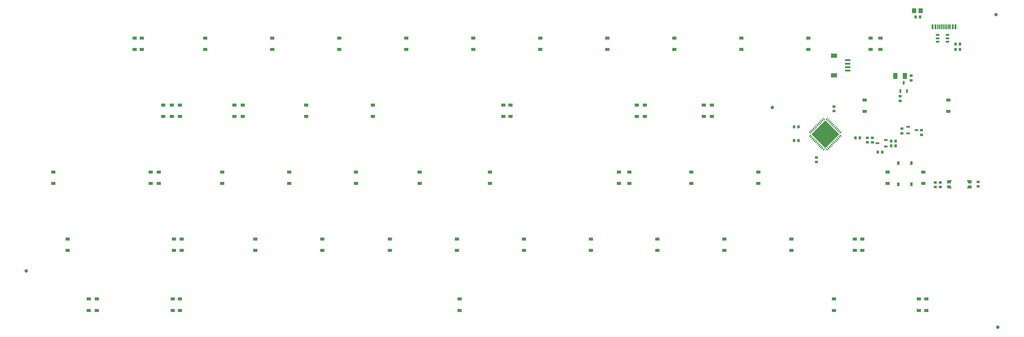
<source format=gtp>
G04*
G04 #@! TF.GenerationSoftware,Altium Limited,Altium Designer,23.6.0 (18)*
G04*
G04 Layer_Color=8421504*
%FSLAX25Y25*%
%MOIN*%
G70*
G04*
G04 #@! TF.SameCoordinates,B66D48C5-E07E-4974-9F6D-D9774B8395A7*
G04*
G04*
G04 #@! TF.FilePolarity,Positive*
G04*
G01*
G75*
%ADD13R,0.04803X0.03583*%
%ADD14R,0.04567X0.05787*%
%ADD15R,0.03937X0.02165*%
%ADD16R,0.02165X0.03937*%
%ADD17R,0.02953X0.03937*%
%ADD18R,0.03150X0.03347*%
%ADD19R,0.03347X0.03150*%
%ADD20R,0.04724X0.07087*%
%ADD21C,0.00039*%
%ADD22R,0.02362X0.05709*%
%ADD23R,0.01181X0.05709*%
%ADD24C,0.03937*%
%ADD25R,0.07087X0.04724*%
%ADD26R,0.06102X0.02362*%
%ADD27P,0.31180X4X90.0*%
G04:AMPARAMS|DCode=28|XSize=9.84mil|YSize=31.5mil|CornerRadius=0mil|HoleSize=0mil|Usage=FLASHONLY|Rotation=45.000|XOffset=0mil|YOffset=0mil|HoleType=Round|Shape=Round|*
%AMOVALD28*
21,1,0.02165,0.00984,0.00000,0.00000,135.0*
1,1,0.00984,0.00766,-0.00766*
1,1,0.00984,-0.00766,0.00766*
%
%ADD28OVALD28*%

G04:AMPARAMS|DCode=29|XSize=9.84mil|YSize=31.5mil|CornerRadius=0mil|HoleSize=0mil|Usage=FLASHONLY|Rotation=135.000|XOffset=0mil|YOffset=0mil|HoleType=Round|Shape=Round|*
%AMOVALD29*
21,1,0.02165,0.00984,0.00000,0.00000,225.0*
1,1,0.00984,0.00766,0.00766*
1,1,0.00984,-0.00766,-0.00766*
%
%ADD29OVALD29*%

%ADD30R,0.01575X0.01575*%
G36*
X1021902Y-166983D02*
X1022104Y-167889D01*
X1022392Y-168771D01*
X1022762Y-169622D01*
X1022978Y-170033D01*
X1018675Y-170033D01*
X1017689Y-169047D01*
Y-166525D01*
X1021826D01*
X1021834Y-166524D01*
X1021902Y-166983D01*
D02*
G37*
G36*
X1022978Y-170033D02*
Y-170033D01*
X1022978Y-170033D01*
X1022978D01*
D02*
G37*
G36*
X1022978Y-160620D02*
X1022762Y-161032D01*
X1022392Y-161882D01*
X1022104Y-162765D01*
X1021902Y-163671D01*
X1021834Y-164130D01*
X1021826Y-164129D01*
X1017689D01*
Y-160620D01*
X1022978Y-160620D01*
D02*
G37*
G36*
X1021834Y-164130D02*
X1021834Y-164130D01*
Y-164130D01*
X1021834D01*
D02*
G37*
G36*
X1041110Y-166525D02*
X1045248D01*
Y-170033D01*
X1039960D01*
X1040175Y-169622D01*
X1040545Y-168771D01*
X1040833Y-167889D01*
X1041034Y-166983D01*
X1041103Y-166524D01*
X1041110Y-166525D01*
D02*
G37*
G36*
X1039960Y-170033D02*
X1039960Y-170033D01*
X1039960D01*
X1039960Y-170033D01*
D02*
G37*
G36*
X1045248Y-160620D02*
Y-164129D01*
X1041103Y-164130D01*
X1041034Y-163671D01*
X1040833Y-162765D01*
X1040545Y-161882D01*
X1040175Y-161031D01*
X1039960Y-160620D01*
X1039960Y-160620D01*
X1045248Y-160620D01*
D02*
G37*
D13*
X544024Y-239311D02*
D03*
Y-226437D02*
D03*
X126524Y-151437D02*
D03*
Y-164311D02*
D03*
X943024Y-1437D02*
D03*
Y-14311D02*
D03*
X932024D02*
D03*
Y-1437D02*
D03*
X862524D02*
D03*
Y-14311D02*
D03*
X787524Y-1437D02*
D03*
Y-14311D02*
D03*
X712524Y-1437D02*
D03*
Y-14311D02*
D03*
X637524Y-1437D02*
D03*
Y-14311D02*
D03*
X562524Y-1437D02*
D03*
Y-14311D02*
D03*
X487524Y-1437D02*
D03*
Y-14311D02*
D03*
X412524Y-1437D02*
D03*
Y-14311D02*
D03*
X337524Y-1437D02*
D03*
Y-14311D02*
D03*
X262524Y-1437D02*
D03*
Y-14311D02*
D03*
X187524Y-1437D02*
D03*
Y-14311D02*
D03*
X116524Y-1437D02*
D03*
Y-14311D02*
D03*
X108524Y-1437D02*
D03*
Y-14311D02*
D03*
X1019024Y-70842D02*
D03*
Y-83716D02*
D03*
X925524Y-70842D02*
D03*
Y-83716D02*
D03*
X754524Y-76437D02*
D03*
Y-89311D02*
D03*
X745524Y-76437D02*
D03*
Y-89311D02*
D03*
X679524Y-76437D02*
D03*
Y-89311D02*
D03*
X670524Y-76437D02*
D03*
Y-89311D02*
D03*
X529024Y-76437D02*
D03*
Y-89311D02*
D03*
X521024Y-76437D02*
D03*
Y-89311D02*
D03*
X375024Y-76437D02*
D03*
Y-89311D02*
D03*
X300524Y-76437D02*
D03*
Y-89311D02*
D03*
X229524Y-76437D02*
D03*
Y-89311D02*
D03*
X220024Y-76437D02*
D03*
Y-89311D02*
D03*
X140524Y-76437D02*
D03*
Y-89311D02*
D03*
X150024Y-76437D02*
D03*
Y-89311D02*
D03*
X991024Y-151437D02*
D03*
Y-164311D02*
D03*
X951024Y-151437D02*
D03*
Y-164311D02*
D03*
X806524D02*
D03*
Y-151437D02*
D03*
X731524D02*
D03*
Y-164311D02*
D03*
X662024Y-151437D02*
D03*
Y-164311D02*
D03*
X650524Y-151437D02*
D03*
Y-164311D02*
D03*
X506024Y-151437D02*
D03*
Y-164311D02*
D03*
X427283Y-151437D02*
D03*
Y-164311D02*
D03*
X356024Y-151437D02*
D03*
Y-164311D02*
D03*
X281524Y-151437D02*
D03*
Y-164311D02*
D03*
X206524Y-151437D02*
D03*
Y-164311D02*
D03*
X135524Y-151437D02*
D03*
Y-164311D02*
D03*
X66024Y-293563D02*
D03*
Y-306437D02*
D03*
X17524Y-151437D02*
D03*
Y-164311D02*
D03*
X914524Y-226437D02*
D03*
Y-239311D02*
D03*
X922764Y-226437D02*
D03*
Y-239311D02*
D03*
X843524Y-226437D02*
D03*
Y-239311D02*
D03*
X768524Y-226437D02*
D03*
Y-239311D02*
D03*
X693524Y-226437D02*
D03*
Y-239311D02*
D03*
X619024Y-226437D02*
D03*
Y-239311D02*
D03*
X469024Y-226437D02*
D03*
Y-239311D02*
D03*
X394024Y-226437D02*
D03*
Y-239311D02*
D03*
X318524Y-226437D02*
D03*
Y-239311D02*
D03*
X243524Y-226437D02*
D03*
Y-239311D02*
D03*
X161024Y-226437D02*
D03*
Y-239311D02*
D03*
X152524Y-226437D02*
D03*
Y-239311D02*
D03*
X33524Y-226437D02*
D03*
Y-239311D02*
D03*
X994524Y-293563D02*
D03*
Y-306437D02*
D03*
X986024Y-293563D02*
D03*
Y-306437D02*
D03*
X159024Y-76437D02*
D03*
Y-89311D02*
D03*
X891213Y-293563D02*
D03*
Y-306437D02*
D03*
X472024Y-293563D02*
D03*
Y-306437D02*
D03*
X151024Y-293563D02*
D03*
Y-306437D02*
D03*
X159024Y-293563D02*
D03*
Y-306437D02*
D03*
X57024Y-293563D02*
D03*
Y-306437D02*
D03*
D14*
X980902Y29221D02*
D03*
X988146D02*
D03*
D15*
X949248Y-123020D02*
D03*
Y-115539D02*
D03*
X939799Y-119280D02*
D03*
X983413Y-104504D02*
D03*
X973964Y-108245D02*
D03*
Y-100764D02*
D03*
X1017937Y1961D02*
D03*
X1007110D02*
D03*
X1007110Y-1780D02*
D03*
X1007110Y-5520D02*
D03*
X1017937Y-1780D02*
D03*
Y-5520D02*
D03*
D16*
X969024Y-51555D02*
D03*
X965283Y-61004D02*
D03*
X972764D02*
D03*
D17*
X977905Y-165091D02*
D03*
X963142D02*
D03*
Y-141469D02*
D03*
X977905D02*
D03*
D18*
X982465Y22220D02*
D03*
X987583D02*
D03*
X851583Y-116279D02*
D03*
X846465D02*
D03*
X851583Y-100779D02*
D03*
X846465D02*
D03*
X914965Y-113279D02*
D03*
X920083D02*
D03*
X954965Y-122280D02*
D03*
X960083D02*
D03*
X1026965Y-14279D02*
D03*
X1032083D02*
D03*
X954965Y-116779D02*
D03*
X960083D02*
D03*
X945083Y-129279D02*
D03*
X939965D02*
D03*
X1032083Y-8280D02*
D03*
X1026965D02*
D03*
D19*
X891024Y-83339D02*
D03*
Y-78220D02*
D03*
X871524Y-135221D02*
D03*
Y-140339D02*
D03*
X977524Y-48839D02*
D03*
Y-43720D02*
D03*
X934024Y-118339D02*
D03*
Y-113221D02*
D03*
X967248Y-108174D02*
D03*
Y-103055D02*
D03*
X989024Y-104720D02*
D03*
Y-109839D02*
D03*
X1052559Y-162461D02*
D03*
Y-167579D02*
D03*
X965024Y-66720D02*
D03*
Y-71839D02*
D03*
X1010024Y-163221D02*
D03*
Y-168339D02*
D03*
X928524Y-118339D02*
D03*
Y-113221D02*
D03*
X1004524Y-163221D02*
D03*
Y-168339D02*
D03*
D20*
X959709Y-43780D02*
D03*
X970339D02*
D03*
D21*
X920024Y-102779D02*
D03*
X925024Y-97780D02*
D03*
Y-102779D02*
D03*
X930339D02*
D03*
X920024Y-97780D02*
D03*
X930024D02*
D03*
D22*
X1024016Y11161D02*
D03*
X1004724D02*
D03*
X1027165D02*
D03*
X1001575D02*
D03*
D23*
X1015354D02*
D03*
X1013386D02*
D03*
X1011417D02*
D03*
X1009449D02*
D03*
X1017323D02*
D03*
X1019291D02*
D03*
X1021260D02*
D03*
X1007480D02*
D03*
D24*
X822024Y-79280D02*
D03*
X1074524Y-325279D02*
D03*
X-12976Y-262280D02*
D03*
X1072524Y24721D02*
D03*
D25*
X891142Y-43169D02*
D03*
Y-21122D02*
D03*
D26*
X906398Y-38051D02*
D03*
Y-34114D02*
D03*
Y-30177D02*
D03*
Y-26240D02*
D03*
D27*
X881417Y-109198D02*
D03*
D28*
X864297Y-107388D02*
D03*
X865688Y-105996D02*
D03*
X867080Y-104604D02*
D03*
X868472Y-103212D02*
D03*
X869864Y-101820D02*
D03*
X871256Y-100428D02*
D03*
X872648Y-99036D02*
D03*
X874040Y-97645D02*
D03*
X875432Y-96253D02*
D03*
X876824Y-94861D02*
D03*
X878216Y-93469D02*
D03*
X879608Y-92077D02*
D03*
X898538Y-111007D02*
D03*
X897146Y-112399D02*
D03*
X895754Y-113791D02*
D03*
X894363Y-115183D02*
D03*
X892970Y-116575D02*
D03*
X891579Y-117967D02*
D03*
X890187Y-119359D02*
D03*
X888795Y-120751D02*
D03*
X887403Y-122143D02*
D03*
X886011Y-123535D02*
D03*
X884619Y-124926D02*
D03*
X883227Y-126319D02*
D03*
D29*
Y-92077D02*
D03*
X884619Y-93469D02*
D03*
X886011Y-94861D02*
D03*
X887403Y-96253D02*
D03*
X888795Y-97645D02*
D03*
X890187Y-99036D02*
D03*
X891579Y-100428D02*
D03*
X892970Y-101820D02*
D03*
X894363Y-103212D02*
D03*
X895754Y-104604D02*
D03*
X897146Y-105996D02*
D03*
X898538Y-107388D02*
D03*
X879608Y-126319D02*
D03*
X878216Y-124926D02*
D03*
X876824Y-123535D02*
D03*
X875432Y-122143D02*
D03*
X874040Y-120751D02*
D03*
X872648Y-119359D02*
D03*
X871256Y-117967D02*
D03*
X869864Y-116575D02*
D03*
X868472Y-115183D02*
D03*
X867080Y-113791D02*
D03*
X865688Y-112399D02*
D03*
X864297Y-111007D02*
D03*
D30*
X1019658Y-162374D02*
D03*
X1043279Y-168280D02*
D03*
Y-162374D02*
D03*
X1019658Y-168280D02*
D03*
M02*

</source>
